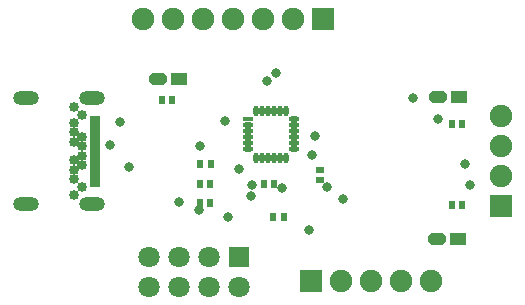
<source format=gts>
G04*
G04 #@! TF.GenerationSoftware,Altium Limited,Altium Designer,21.0.8 (223)*
G04*
G04 Layer_Color=8388736*
%FSLAX42Y42*%
%MOMM*%
G71*
G04*
G04 #@! TF.SameCoordinates,3342F10C-20B5-45E4-B721-DC8BC5ABD3D0*
G04*
G04*
G04 #@! TF.FilePolarity,Negative*
G04*
G01*
G75*
G04:AMPARAMS|DCode=23|XSize=1.47mm|YSize=1.09mm|CornerRadius=0mm|HoleSize=0mm|Usage=FLASHONLY|Rotation=180.000|XOffset=0mm|YOffset=0mm|HoleType=Round|Shape=Octagon|*
%AMOCTAGOND23*
4,1,8,-0.74,0.27,-0.74,-0.27,-0.46,-0.55,0.46,-0.55,0.74,-0.27,0.74,0.27,0.46,0.55,-0.46,0.55,-0.74,0.27,0.0*
%
%ADD23OCTAGOND23*%

%ADD24R,1.47X1.09*%
%ADD25R,0.60X0.70*%
%ADD26R,0.70X0.60*%
%ADD27R,0.90X0.55*%
%ADD28R,0.90X0.45*%
%ADD29O,0.90X0.45*%
%ADD30O,0.45X0.90*%
%ADD31O,2.20X1.20*%
%ADD32C,0.85*%
%ADD33R,1.90X1.90*%
%ADD34C,1.90*%
%ADD35C,1.80*%
%ADD36R,1.80X1.80*%
%ADD37R,1.90X1.90*%
%ADD38C,0.81*%
D23*
X3454Y584D02*
D03*
X1092Y1943D02*
D03*
X3467Y1791D02*
D03*
D24*
X3632Y584D02*
D03*
X1270Y1943D02*
D03*
X3645Y1791D02*
D03*
D25*
X1448Y1219D02*
D03*
X1538Y1219D02*
D03*
X3579Y876D02*
D03*
X3664D02*
D03*
X2069Y775D02*
D03*
X2159Y775D02*
D03*
X2072Y1054D02*
D03*
X1987D02*
D03*
X1537Y889D02*
D03*
X1447Y889D02*
D03*
X1537Y1054D02*
D03*
X1447Y1054D02*
D03*
X1128Y1765D02*
D03*
X1213D02*
D03*
X3585Y1562D02*
D03*
X3670D02*
D03*
D26*
X2464Y1083D02*
D03*
Y1168D02*
D03*
D27*
X562Y1055D02*
D03*
Y1105D02*
D03*
Y1155D02*
D03*
Y1205D02*
D03*
Y1255D02*
D03*
Y1305D02*
D03*
Y1355D02*
D03*
Y1405D02*
D03*
Y1455D02*
D03*
Y1505D02*
D03*
Y1555D02*
D03*
Y1605D02*
D03*
D28*
X1853Y1598D02*
D03*
D29*
Y1548D02*
D03*
Y1498D02*
D03*
Y1448D02*
D03*
Y1398D02*
D03*
Y1348D02*
D03*
X2248D02*
D03*
Y1398D02*
D03*
Y1448D02*
D03*
Y1498D02*
D03*
Y1548D02*
D03*
Y1598D02*
D03*
D30*
X1925Y1275D02*
D03*
X1975D02*
D03*
X2025D02*
D03*
X2075D02*
D03*
X2125D02*
D03*
X2175D02*
D03*
Y1670D02*
D03*
X2125D02*
D03*
X2075D02*
D03*
X2025D02*
D03*
X1975D02*
D03*
X1925D02*
D03*
D31*
X-29Y880D02*
D03*
X531D02*
D03*
X-29Y1780D02*
D03*
X531D02*
D03*
D32*
X381Y1090D02*
D03*
Y1170D02*
D03*
Y1250D02*
D03*
Y1570D02*
D03*
Y1490D02*
D03*
Y1410D02*
D03*
X451Y1290D02*
D03*
Y1210D02*
D03*
Y1025D02*
D03*
Y1635D02*
D03*
Y1450D02*
D03*
Y1370D02*
D03*
X381Y957D02*
D03*
Y1702D02*
D03*
D33*
X2388Y229D02*
D03*
X2489Y2451D02*
D03*
D34*
X2642Y229D02*
D03*
X2896D02*
D03*
X3150D02*
D03*
X3404D02*
D03*
X4001Y1626D02*
D03*
Y1372D02*
D03*
Y1118D02*
D03*
X1219Y2451D02*
D03*
X1473D02*
D03*
X1727D02*
D03*
X1981D02*
D03*
X2235D02*
D03*
X965D02*
D03*
D35*
X1016Y432D02*
D03*
Y178D02*
D03*
X1270D02*
D03*
Y432D02*
D03*
X1524Y178D02*
D03*
Y432D02*
D03*
X1778Y178D02*
D03*
D36*
Y432D02*
D03*
D37*
X4001Y864D02*
D03*
D38*
X1437Y835D02*
D03*
X1689Y775D02*
D03*
X775Y1575D02*
D03*
X686Y1384D02*
D03*
X851Y1194D02*
D03*
X1664Y1588D02*
D03*
X1448Y1372D02*
D03*
X2663Y923D02*
D03*
X3251Y1778D02*
D03*
X2090Y1987D02*
D03*
X2400Y1295D02*
D03*
X2527Y1029D02*
D03*
X3696Y1219D02*
D03*
X2146Y1016D02*
D03*
X1892Y1041D02*
D03*
X2426Y1460D02*
D03*
X1778Y1181D02*
D03*
X1880Y952D02*
D03*
X2017Y1926D02*
D03*
X3467Y1600D02*
D03*
X3734Y1041D02*
D03*
X2375Y660D02*
D03*
X1270Y902D02*
D03*
M02*

</source>
